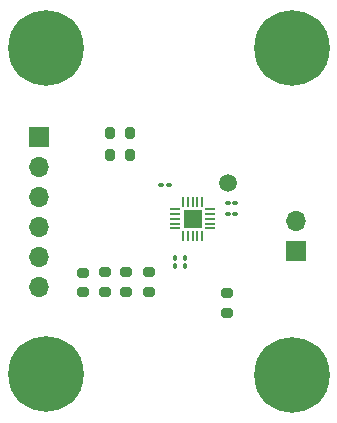
<source format=gbr>
%TF.GenerationSoftware,KiCad,Pcbnew,8.0.5*%
%TF.CreationDate,2025-02-27T19:14:31+02:00*%
%TF.ProjectId,_autosave-QS390,5f617574-6f73-4617-9665-2d5153333930,rev?*%
%TF.SameCoordinates,Original*%
%TF.FileFunction,Soldermask,Top*%
%TF.FilePolarity,Negative*%
%FSLAX46Y46*%
G04 Gerber Fmt 4.6, Leading zero omitted, Abs format (unit mm)*
G04 Created by KiCad (PCBNEW 8.0.5) date 2025-02-27 19:14:31*
%MOMM*%
%LPD*%
G01*
G04 APERTURE LIST*
G04 Aperture macros list*
%AMRoundRect*
0 Rectangle with rounded corners*
0 $1 Rounding radius*
0 $2 $3 $4 $5 $6 $7 $8 $9 X,Y pos of 4 corners*
0 Add a 4 corners polygon primitive as box body*
4,1,4,$2,$3,$4,$5,$6,$7,$8,$9,$2,$3,0*
0 Add four circle primitives for the rounded corners*
1,1,$1+$1,$2,$3*
1,1,$1+$1,$4,$5*
1,1,$1+$1,$6,$7*
1,1,$1+$1,$8,$9*
0 Add four rect primitives between the rounded corners*
20,1,$1+$1,$2,$3,$4,$5,0*
20,1,$1+$1,$4,$5,$6,$7,0*
20,1,$1+$1,$6,$7,$8,$9,0*
20,1,$1+$1,$8,$9,$2,$3,0*%
G04 Aperture macros list end*
%ADD10R,1.700000X1.700000*%
%ADD11O,1.700000X1.700000*%
%ADD12C,0.800000*%
%ADD13C,6.400000*%
%ADD14C,1.500000*%
%ADD15RoundRect,0.200000X-0.275000X0.200000X-0.275000X-0.200000X0.275000X-0.200000X0.275000X0.200000X0*%
%ADD16RoundRect,0.200000X0.200000X0.275000X-0.200000X0.275000X-0.200000X-0.275000X0.200000X-0.275000X0*%
%ADD17RoundRect,0.050000X-0.375000X-0.050000X0.375000X-0.050000X0.375000X0.050000X-0.375000X0.050000X0*%
%ADD18RoundRect,0.050000X-0.050000X-0.375000X0.050000X-0.375000X0.050000X0.375000X-0.050000X0.375000X0*%
%ADD19R,1.650000X1.650000*%
%ADD20RoundRect,0.100000X-0.130000X-0.100000X0.130000X-0.100000X0.130000X0.100000X-0.130000X0.100000X0*%
%ADD21RoundRect,0.100000X-0.100000X0.130000X-0.100000X-0.130000X0.100000X-0.130000X0.100000X0.130000X0*%
G04 APERTURE END LIST*
D10*
%TO.C,J1*%
X79400000Y-63660000D03*
D11*
X79400000Y-66200000D03*
X79400000Y-68740000D03*
X79400000Y-71280000D03*
X79400000Y-73820000D03*
X79400000Y-76360000D03*
%TD*%
D12*
%TO.C,H3*%
X77600000Y-83700000D03*
X78302944Y-82002944D03*
X78302944Y-85397056D03*
X80000000Y-81300000D03*
D13*
X80000000Y-83700000D03*
D12*
X80000000Y-86100000D03*
X81697056Y-82002944D03*
X81697056Y-85397056D03*
X82400000Y-83700000D03*
%TD*%
%TO.C,H4*%
X98400000Y-83800000D03*
X99102944Y-82102944D03*
X99102944Y-85497056D03*
X100800000Y-81400000D03*
D13*
X100800000Y-83800000D03*
D12*
X100800000Y-86200000D03*
X102497056Y-82102944D03*
X102497056Y-85497056D03*
X103200000Y-83800000D03*
%TD*%
%TO.C,H2*%
X98400000Y-56100000D03*
X99102944Y-54402944D03*
X99102944Y-57797056D03*
X100800000Y-53700000D03*
D13*
X100800000Y-56100000D03*
D12*
X100800000Y-58500000D03*
X102497056Y-54402944D03*
X102497056Y-57797056D03*
X103200000Y-56100000D03*
%TD*%
%TO.C,H1*%
X77600000Y-56100000D03*
X78302944Y-54402944D03*
X78302944Y-57797056D03*
X80000000Y-53700000D03*
D13*
X80000000Y-56100000D03*
D12*
X80000000Y-58500000D03*
X81697056Y-54402944D03*
X81697056Y-57797056D03*
X82400000Y-56100000D03*
%TD*%
D14*
%TO.C,TP1*%
X95400000Y-67500000D03*
%TD*%
D15*
%TO.C,R2*%
X83125000Y-75125000D03*
X83125000Y-76775000D03*
%TD*%
D10*
%TO.C,J2*%
X101175000Y-73250000D03*
D11*
X101175000Y-70710000D03*
%TD*%
D16*
%TO.C,R1*%
X87125000Y-63300000D03*
X85475000Y-63300000D03*
%TD*%
D15*
%TO.C,R5*%
X86800000Y-75100000D03*
X86800000Y-76750000D03*
%TD*%
%TO.C,R7*%
X95300000Y-78525000D03*
X95300000Y-76875000D03*
%TD*%
%TO.C,R4*%
X85000000Y-75100000D03*
X85000000Y-76750000D03*
%TD*%
D17*
%TO.C,U1*%
X90975000Y-69775000D03*
X90975000Y-70175000D03*
X90975000Y-70575000D03*
X90975000Y-70975000D03*
X90975000Y-71375000D03*
D18*
X91625000Y-72025000D03*
X92025000Y-72025000D03*
X92425000Y-72025000D03*
X92825000Y-72025000D03*
X93225000Y-72025000D03*
D17*
X93875000Y-71375000D03*
X93875000Y-70975000D03*
X93875000Y-70575000D03*
X93875000Y-70175000D03*
X93875000Y-69775000D03*
D18*
X93225000Y-69125000D03*
X92825000Y-69125000D03*
X92425000Y-69125000D03*
X92025000Y-69125000D03*
X91625000Y-69125000D03*
D19*
X92425000Y-70575000D03*
%TD*%
D16*
%TO.C,R3*%
X87125000Y-65200000D03*
X85475000Y-65200000D03*
%TD*%
D20*
%TO.C,C5*%
X95400000Y-69250000D03*
X96040000Y-69250000D03*
%TD*%
D21*
%TO.C,C3*%
X90975000Y-73925000D03*
X90975000Y-74565000D03*
%TD*%
%TO.C,C2*%
X91775000Y-74545000D03*
X91775000Y-73905000D03*
%TD*%
D15*
%TO.C,R6*%
X88700000Y-75100000D03*
X88700000Y-76750000D03*
%TD*%
D20*
%TO.C,C4*%
X95400000Y-70150000D03*
X96040000Y-70150000D03*
%TD*%
%TO.C,C1*%
X89780000Y-67700000D03*
X90420000Y-67700000D03*
%TD*%
M02*

</source>
